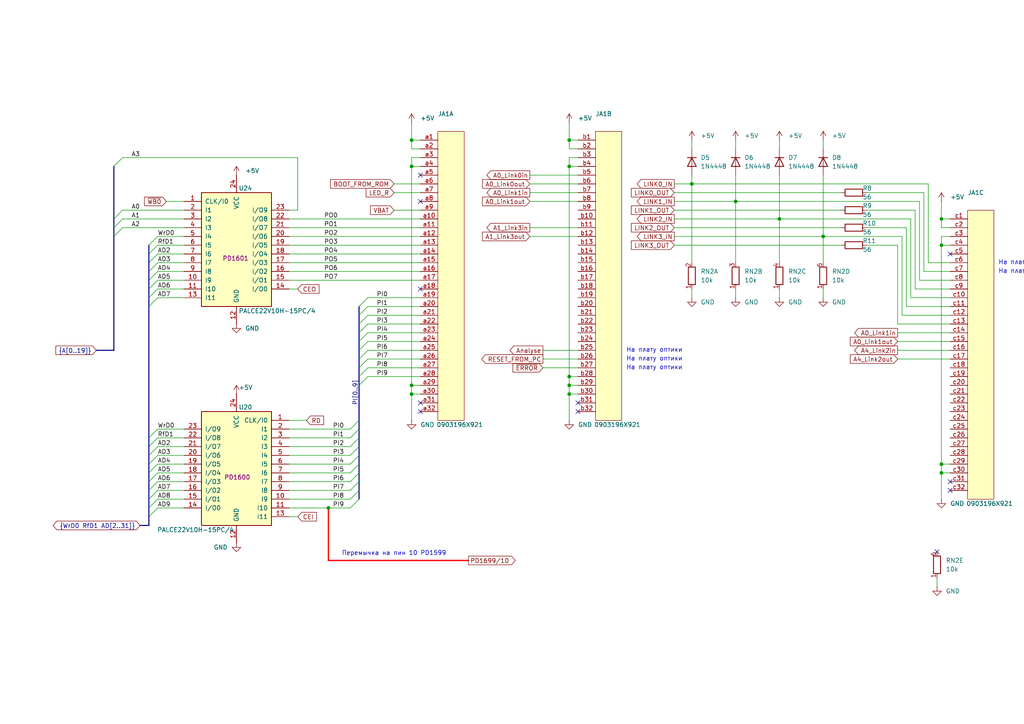
<source format=kicad_sch>
(kicad_sch (version 20250114) (generator "eeschema") (generator_version "9.0")
  (paper "A4")
  (title_block (title "TPU"))
  (lib_symbols
    (symbol "Device:R_Network05_Split" (pin_names (offset 0) (hide yes))
      (property "Reference" "RN" (at 2.032 0 90))
      (property "Value" "R_Network05_Split" (at 0 0 90))
      (symbol "R_Network05_Split_0_1"
        (rectangle (start 1.016 2.54) (end -1.016 -2.54) (stroke (width 0.254)))
        (pin passive line (at 0 3.81 270) (length 1.27) (name "R1") (number "1"))
      )
      (symbol "R_Network05_Split_1_1"
        (pin passive line (at 0 -3.81 90) (length 1.27) (name "R1.2") (number "2"))
      )
      (symbol "R_Network05_Split_2_1"
        (pin passive line (at 0 -3.81 90) (length 1.27) (name "R2.2") (number "3"))
      )
      (symbol "R_Network05_Split_3_1"
        (pin passive line (at 0 -3.81 90) (length 1.27) (name "R3.2") (number "4"))
      )
      (symbol "R_Network05_Split_4_1"
        (pin passive line (at 0 -3.81 90) (length 1.27) (name "R4.2") (number "5"))
      )
      (symbol "R_Network05_Split_5_1"
        (pin passive line (at 0 -3.81 90) (length 1.27) (name "R5.2") (number "6"))
      )
    )
    (symbol "Diode:1N4448" (pin_numbers (hide yes)) (pin_names (hide yes))
      (property "Reference" "D" (at 0 2.54 0))
      (property "Value" "1N4448" (at 0 -2.54 0))
      (symbol "1N4448_0_1"
        (polyline (pts (xy -1.27 1.27) (xy -1.27 -1.27)) (stroke (width 0.254)))
        (polyline (pts (xy 1.27 1.27) (xy 1.27 -1.27) (xy -1.27 0) (xy 1.27 1.27)) (stroke (width 0.254)))
        (polyline (pts (xy 1.27 0) (xy -1.27 0)))
      )
      (symbol "1N4448_1_1"
        (pin passive line (at -3.81 0 0) (length 2.54) (name "K") (number "1"))
        (pin passive line (at 3.81 0 180) (length 2.54) (name "A") (number "2"))
      )
    )
    (symbol "Georg:0903196X921" (pin_names (hide yes))
      (property "Reference" "J" (at 0.762 1.27 0))
      (property "Value" "0903196X921" (at 3.81 -85.09 0))
      (symbol "0903196X921_0_1"
        (rectangle (start 0 0) (end 7.62 -83.82) (fill (type background)))
      )
      (symbol "0903196X921_1_0"
        (pin passive line (at -5.08 -2.54 0) (length 5.08) (name "a1") (number "a1"))
        (pin passive line (at -5.08 -5.08 0) (length 5.08) (name "a2") (number "a2"))
        (pin passive line (at -5.08 -7.62 0) (length 5.08) (name "a3") (number "a3"))
        (pin passive line (at -5.08 -10.16 0) (length 5.08) (name "a4") (number "a4"))
        (pin passive line (at -5.08 -12.7 0) (length 5.08) (name "a5") (number "a5"))
        (pin passive line (at -5.08 -15.24 0) (length 5.08) (name "a6") (number "a6"))
        (pin passive line (at -5.08 -17.78 0) (length 5.08) (name "a7") (number "a7"))
        (pin passive line (at -5.08 -20.32 0) (length 5.08) (name "a8") (number "a8"))
        (pin passive line (at -5.08 -22.86 0) (length 5.08) (name "a9") (number "a9"))
        (pin passive line (at -5.08 -25.4 0) (length 5.08) (name "a10") (number "a10"))
        (pin passive line (at -5.08 -27.94 0) (length 5.08) (name "a11") (number "a11"))
        (pin passive line (at -5.08 -30.48 0) (length 5.08) (name "a12") (number "a12"))
        (pin passive line (at -5.08 -33.02 0) (length 5.08) (name "a13") (number "a13"))
        (pin passive line (at -5.08 -35.56 0) (length 5.08) (name "a14") (number "a14"))
        (pin passive line (at -5.08 -38.1 0) (length 5.08) (name "a15") (number "a15"))
        (pin passive line (at -5.08 -40.64 0) (length 5.08) (name "a16") (number "a16"))
        (pin passive line (at -5.08 -43.18 0) (length 5.08) (name "a17") (number "a17"))
        (pin passive line (at -5.08 -45.72 0) (length 5.08) (name "a18") (number "a18"))
        (pin passive line (at -5.08 -48.26 0) (length 5.08) (name "a19") (number "a19"))
        (pin passive line (at -5.08 -50.8 0) (length 5.08) (name "a20") (number "a20"))
        (pin passive line (at -5.08 -53.34 0) (length 5.08) (name "a21") (number "a21"))
        (pin passive line (at -5.08 -55.88 0) (length 5.08) (name "a22") (number "a22"))
        (pin passive line (at -5.08 -58.42 0) (length 5.08) (name "a23") (number "a23"))
        (pin passive line (at -5.08 -60.96 0) (length 5.08) (name "a24") (number "a24"))
        (pin passive line (at -5.08 -63.5 0) (length 5.08) (name "a25") (number "a25"))
        (pin passive line (at -5.08 -66.04 0) (length 5.08) (name "a26") (number "a26"))
        (pin passive line (at -5.08 -68.58 0) (length 5.08) (name "a27") (number "a27"))
        (pin passive line (at -5.08 -71.12 0) (length 5.08) (name "a28") (number "a28"))
        (pin passive line (at -5.08 -73.66 0) (length 5.08) (name "a29") (number "a29"))
        (pin passive line (at -5.08 -76.2 0) (length 5.08) (name "a30") (number "a30"))
        (pin passive line (at -5.08 -78.74 0) (length 5.08) (name "a31") (number "a31"))
        (pin passive line (at -5.08 -81.28 0) (length 5.08) (name "a32") (number "a32"))
      )
      (symbol "0903196X921_2_0"
        (pin passive line (at -5.08 -2.54 0) (length 5.08) (name "b1") (number "b1"))
        (pin passive line (at -5.08 -5.08 0) (length 5.08) (name "b2") (number "b2"))
        (pin passive line (at -5.08 -7.62 0) (length 5.08) (name "b3") (number "b3"))
        (pin passive line (at -5.08 -10.16 0) (length 5.08) (name "b4") (number "b4"))
        (pin passive line (at -5.08 -12.7 0) (length 5.08) (name "b5") (number "b5"))
        (pin passive line (at -5.08 -15.24 0) (length 5.08) (name "b6") (number "b6"))
        (pin passive line (at -5.08 -17.78 0) (length 5.08) (name "b7") (number "b7"))
        (pin passive line (at -5.08 -20.32 0) (length 5.08) (name "b8") (number "b8"))
        (pin passive line (at -5.08 -22.86 0) (length 5.08) (name "b9") (number "b9"))
        (pin passive line (at -5.08 -25.4 0) (length 5.08) (name "b10") (number "b10"))
        (pin passive line (at -5.08 -27.94 0) (length 5.08) (name "b11") (number "b11"))
        (pin passive line (at -5.08 -30.48 0) (length 5.08) (name "b12") (number "b12"))
        (pin passive line (at -5.08 -33.02 0) (length 5.08) (name "b13") (number "b13"))
        (pin passive line (at -5.08 -35.56 0) (length 5.08) (name "b14") (number "b14"))
        (pin passive line (at -5.08 -38.1 0) (length 5.08) (name "b15") (number "b15"))
        (pin passive line (at -5.08 -40.64 0) (length 5.08) (name "b16") (number "b16"))
        (pin passive line (at -5.08 -43.18 0) (length 5.08) (name "b17") (number "b17"))
        (pin passive line (at -5.08 -45.72 0) (length 5.08) (name "b18") (number "b18"))
        (pin passive line (at -5.08 -48.26 0) (length 5.08) (name "b19") (number "b19"))
        (pin passive line (at -5.08 -50.8 0) (length 5.08) (name "b20") (number "b20"))
        (pin passive line (at -5.08 -53.34 0) (length 5.08) (name "b21") (number "b21"))
        (pin passive line (at -5.08 -55.88 0) (length 5.08) (name "b22") (number "b22"))
        (pin passive line (at -5.08 -58.42 0) (length 5.08) (name "b23") (number "b23"))
        (pin passive line (at -5.08 -60.96 0) (length 5.08) (name "b24") (number "b24"))
        (pin passive line (at -5.08 -63.5 0) (length 5.08) (name "b25") (number "b25"))
        (pin passive line (at -5.08 -66.04 0) (length 5.08) (name "b26") (number "b26"))
        (pin passive line (at -5.08 -68.58 0) (length 5.08) (name "b26") (number "b27"))
        (pin passive line (at -5.08 -71.12 0) (length 5.08) (name "b28") (number "b28"))
        (pin passive line (at -5.08 -73.66 0) (length 5.08) (name "b29") (number "b29"))
        (pin passive line (at -5.08 -76.2 0) (length 5.08) (name "b30") (number "b30"))
        (pin passive line (at -5.08 -78.74 0) (length 5.08) (name "b31") (number "b31"))
        (pin passive line (at -5.08 -81.28 0) (length 5.08) (name "b32") (number "b32"))
      )
      (symbol "0903196X921_3_0"
        (pin passive line (at -5.08 -2.54 0) (length 5.08) (name "c1") (number "c1"))
        (pin passive line (at -5.08 -5.08 0) (length 5.08) (name "c2") (number "c2"))
        (pin passive line (at -5.08 -7.62 0) (length 5.08) (name "c3") (number "c3"))
        (pin passive line (at -5.08 -10.16 0) (length 5.08) (name "c4") (number "c4"))
        (pin passive line (at -5.08 -12.7 0) (length 5.08) (name "c5") (number "c5"))
        (pin passive line (at -5.08 -15.24 0) (length 5.08) (name "c6") (number "c6"))
        (pin passive line (at -5.08 -17.78 0) (length 5.08) (name "c7") (number "c7"))
        (pin passive line (at -5.08 -20.32 0) (length 5.08) (name "c8") (number "c8"))
        (pin passive line (at -5.08 -22.86 0) (length 5.08) (name "c9") (number "c9"))
        (pin passive line (at -5.08 -25.4 0) (length 5.08) (name "c10") (number "c10"))
        (pin passive line (at -5.08 -27.94 0) (length 5.08) (name "c11") (number "c11"))
        (pin passive line (at -5.08 -30.48 0) (length 5.08) (name "c12") (number "c12"))
        (pin passive line (at -5.08 -33.02 0) (length 5.08) (name "c13") (number "c13"))
        (pin passive line (at -5.08 -35.56 0) (length 5.08) (name "c14") (number "c14"))
        (pin passive line (at -5.08 -38.1 0) (length 5.08) (name "c15") (number "c15"))
        (pin passive line (at -5.08 -40.64 0) (length 5.08) (name "c16") (number "c16"))
        (pin passive line (at -5.08 -43.18 0) (length 5.08) (name "c17") (number "c17"))
        (pin passive line (at -5.08 -45.72 0) (length 5.08) (name "c18") (number "c18"))
        (pin passive line (at -5.08 -48.26 0) (length 5.08) (name "c19") (number "c19"))
        (pin passive line (at -5.08 -50.8 0) (length 5.08) (name "c20") (number "c20"))
        (pin passive line (at -5.08 -53.34 0) (length 5.08) (name "c21") (number "c21"))
        (pin passive line (at -5.08 -55.88 0) (length 5.08) (name "c22") (number "c22"))
        (pin passive line (at -5.08 -58.42 0) (length 5.08) (name "c23") (number "c23"))
        (pin passive line (at -5.08 -60.96 0) (length 5.08) (name "c24") (number "c24"))
        (pin passive line (at -5.08 -63.5 0) (length 5.08) (name "c25") (number "c25"))
        (pin passive line (at -5.08 -66.04 0) (length 5.08) (name "c26") (number "c26"))
        (pin passive line (at -5.08 -68.58 0) (length 5.08) (name "c27") (number "c27"))
        (pin passive line (at -5.08 -71.12 0) (length 5.08) (name "c28") (number "c28"))
        (pin passive line (at -5.08 -73.66 0) (length 5.08) (name "c29") (number "c29"))
        (pin passive line (at -5.08 -76.2 0) (length 5.08) (name "c30") (number "c30"))
        (pin passive line (at -5.08 -78.74 0) (length 5.08) (name "c31") (number "c31"))
        (pin passive line (at -5.08 -81.28 0) (length 5.08) (name "c32") (number "c32"))
      )
    )
    (symbol "Georg:PALCE22V10H-15PC/4" (pin_names (offset 1.016))
      (property "Reference" "D" (at 0.635 19.05 0))
      (property "Value" "PALCE22V10H-15PC/4" (at 0.635 -16.51 0))
      (symbol "PALCE22V10H-15PC/4_1_0"
        (pin input line (at -15.24 15.24 0) (length 5.08) (name "CLK/I0") (number "1"))
        (pin input line (at -15.24 12.7 0) (length 5.08) (name "I1") (number "2"))
        (pin input line (at -15.24 10.16 0) (length 5.08) (name "I2") (number "3"))
        (pin input line (at -15.24 7.62 0) (length 5.08) (name "I3") (number "4"))
        (pin input line (at -15.24 5.08 0) (length 5.08) (name "I4") (number "5"))
        (pin input line (at -15.24 2.54 0) (length 5.08) (name "I5") (number "6"))
        (pin input line (at -15.24 0 0) (length 5.08) (name "I6") (number "7"))
        (pin input line (at -15.24 -2.54 0) (length 5.08) (name "I7") (number "8"))
        (pin input line (at -15.24 -5.08 0) (length 5.08) (name "I8") (number "9"))
        (pin input line (at -15.24 -7.62 0) (length 5.08) (name "I9") (number "10"))
        (pin input line (at -15.24 -10.16 0) (length 5.08) (name "I10") (number "11"))
        (pin input line (at -15.24 -12.7 0) (length 5.08) (name "I11") (number "13"))
        (pin power_in line (at 0 22.86 270) (length 5.08) (name "VCC") (number "24"))
        (pin power_in line (at 0 -20.32 90) (length 5.08) (name "GND") (number "12"))
        (pin input line (at 15.24 12.7 180) (length 5.08) (name "I/O9") (number "23"))
        (pin tri_state line (at 15.24 10.16 180) (length 5.08) (name "I/O8") (number "22"))
        (pin tri_state line (at 15.24 7.62 180) (length 5.08) (name "I/O7") (number "21"))
        (pin tri_state line (at 15.24 5.08 180) (length 5.08) (name "I/O6") (number "20"))
        (pin tri_state line (at 15.24 2.54 180) (length 5.08) (name "I/O5") (number "19"))
        (pin tri_state line (at 15.24 0 180) (length 5.08) (name "I/O4") (number "18"))
        (pin tri_state line (at 15.24 -2.54 180) (length 5.08) (name "I/O3") (number "17"))
        (pin tri_state line (at 15.24 -5.08 180) (length 5.08) (name "I/O2") (number "16"))
        (pin tri_state line (at 15.24 -7.62 180) (length 5.08) (name "I/O1") (number "15"))
        (pin input line (at 15.24 -10.16 180) (length 5.08) (name "I/O0") (number "14"))
      )
      (symbol "PALCE22V10H-15PC/4_1_1"
        (rectangle (start -10.16 17.78) (end 10.16 -15.24) (stroke (width 0.254)) (fill (type background)))
      )
    )
    (symbol "Georg:R_10.16mm" (pin_numbers (hide yes)) (pin_names (offset 0.254) (hide yes))
      (property "Reference" "R" (at 1.27 0 0))
      (symbol "R_10.16mm_0_1"
        (rectangle (start -1.016 2.54) (end 1.016 -2.54) (stroke (width 0.254)))
      )
      (symbol "R_10.16mm_1_1"
        (pin passive line (at 0 3.81 270) (length 1.27) (name "~") (number "2"))
        (pin passive line (at 0 -3.81 90) (length 1.27) (name "~") (number "1"))
      )
    )
    (symbol "power:+5V" (power) (pin_numbers (hide yes)) (pin_names (offset 0) (hide yes))
      (property "Value" "+5V" (at 0 3.556 0))
      (symbol "+5V_0_1"
        (polyline (pts (xy -0.762 1.27) (xy 0 2.54)))
        (polyline (pts (xy 0 2.54) (xy 0.762 1.27)))
        (polyline (pts (xy 0 0) (xy 0 2.54)))
      )
      (symbol "+5V_1_1"
        (pin power_in line (at 0 0 90) (length 0) (name "~") (number "1"))
      )
    )
    (symbol "power:GND" (power) (pin_numbers (hide yes)) (pin_names (offset 0) (hide yes))
      (property "Value" "GND" (at 0 -3.81 0))
      (symbol "GND_0_1"
        (polyline (pts (xy 0 0) (xy 0 -1.27) (xy 1.27 -1.27) (xy 0 -2.54) (xy -1.27 -1.27) (xy 0 -1.27)))
      )
      (symbol "GND_1_1"
        (pin power_in line (at 0 0 270) (length 0) (name "~") (number "1"))
      )
    )
  )
  (text "На плату оптики" (at 289.56 76.2 0) (effects (font (size 1.27 1.27)) (justify left)))
  (text "Перемычка на пин 10 PD1599" (at 114.3 161.29 0) (effects (font (size 1.27 1.27)) (justify bottom)))
  (text "На плату оптики" (at 181.61 104.14 0) (effects (font (size 1.27 1.27)) (justify left)))
  (text "На плату оптики" (at 289.56 78.74 0) (effects (font (size 1.27 1.27)) (justify left)))
  (text "На плату оптики" (at 181.61 101.6 0) (effects (font (size 1.27 1.27)) (justify left)))
  (text "На плату оптики" (at 181.61 106.68 0) (effects (font (size 1.27 1.27)) (justify left)))
  (junction (at 119.38 40.64))
  (junction (at 273.05 63.5))
  (junction (at 165.1 111.76))
  (junction (at 273.05 71.12))
  (junction (at 165.1 40.64))
  (junction (at 200.66 53.34))
  (junction (at 119.38 114.3))
  (junction (at 165.1 48.26))
  (junction (at 165.1 114.3))
  (junction (at 119.38 111.76))
  (junction (at 119.38 48.26))
  (junction (at 273.05 134.62))
  (junction (at 238.76 68.58))
  (junction (at 273.05 137.16))
  (junction (at 95.25 147.32))
  (junction (at 165.1 109.22))
  (junction (at 213.36 58.42))
  (junction (at 226.06 63.5))
  (no_connect (at 167.64 116.84))
  (no_connect (at 121.92 50.8))
  (no_connect (at 271.78 160.02))
  (no_connect (at 121.92 58.42))
  (no_connect (at 275.59 73.66))
  (no_connect (at 275.59 142.24))
  (no_connect (at 121.92 116.84))
  (no_connect (at 121.92 83.82))
  (no_connect (at 167.64 119.38))
  (no_connect (at 121.92 119.38))
  (no_connect (at 275.59 139.7))
  (bus_entry (at 104.14 96.52) (size 2.54 -2.54))
  (bus_entry (at 43.18 127) (size 2.54 -2.54))
  (bus_entry (at 43.18 142.24) (size 2.54 -2.54))
  (bus_entry (at 104.14 91.44) (size 2.54 -2.54))
  (bus_entry (at 104.14 104.14) (size 2.54 -2.54))
  (bus_entry (at 45.72 144.78) (size -2.54 2.54))
  (bus_entry (at 43.18 71.12) (size 2.54 -2.54))
  (bus_entry (at 43.18 86.36) (size 2.54 -2.54))
  (bus_entry (at 43.18 144.78) (size 2.54 -2.54))
  (bus_entry (at 43.18 88.9) (size 2.54 -2.54))
  (bus_entry (at 43.18 139.7) (size 2.54 -2.54))
  (bus_entry (at 104.14 111.76) (size 2.54 -2.54))
  (bus_entry (at 43.18 134.62) (size 2.54 -2.54))
  (bus_entry (at 43.18 73.66) (size 2.54 -2.54))
  (bus_entry (at 43.18 129.54) (size 2.54 -2.54))
  (bus_entry (at 43.18 83.82) (size 2.54 -2.54))
  (bus_entry (at 104.14 134.62) (size -2.54 2.54))
  (bus_entry (at 104.14 132.08) (size -2.54 2.54))
  (bus_entry (at 104.14 93.98) (size 2.54 -2.54))
  (bus_entry (at 33.02 63.5) (size 2.54 -2.54))
  (bus_entry (at 104.14 124.46) (size -2.54 2.54))
  (bus_entry (at 33.02 66.04) (size 2.54 -2.54))
  (bus_entry (at 104.14 101.6) (size 2.54 -2.54))
  (bus_entry (at 104.14 142.24) (size -2.54 2.54))
  (bus_entry (at 104.14 88.9) (size 2.54 -2.54))
  (bus_entry (at 104.14 109.22) (size 2.54 -2.54))
  (bus_entry (at 43.18 81.28) (size 2.54 -2.54))
  (bus_entry (at 104.14 121.92) (size -2.54 2.54))
  (bus_entry (at 43.18 137.16) (size 2.54 -2.54))
  (bus_entry (at 43.18 76.2) (size 2.54 -2.54))
  (bus_entry (at 104.14 106.68) (size 2.54 -2.54))
  (bus_entry (at 35.56 45.72) (size -2.54 2.54))
  (bus_entry (at 43.18 78.74) (size 2.54 -2.54))
  (bus_entry (at 43.18 132.08) (size 2.54 -2.54))
  (bus_entry (at 104.14 129.54) (size -2.54 2.54))
  (bus_entry (at 104.14 139.7) (size -2.54 2.54))
  (bus_entry (at 104.14 144.78) (size -2.54 2.54))
  (bus_entry (at 104.14 137.16) (size -2.54 2.54))
  (bus_entry (at 104.14 127) (size -2.54 2.54))
  (bus_entry (at 33.02 68.58) (size 2.54 -2.54))
  (bus_entry (at 104.14 99.06) (size 2.54 -2.54))
  (bus_entry (at 43.18 149.86) (size 2.54 -2.54))
  (wire (pts (xy 200.66 53.34) (xy 269.24 53.34)))
  (wire (pts (xy 213.36 83.82) (xy 213.36 86.36)))
  (wire (pts (xy 238.76 40.64) (xy 238.76 43.18)))
  (wire (pts (xy 35.56 60.96) (xy 53.34 60.96)))
  (bus (pts (xy 104.14 127) (xy 104.14 129.54)))
  (wire (pts (xy 83.82 71.12) (xy 121.92 71.12)))
  (wire (pts (xy 114.3 53.34) (xy 121.92 53.34)))
  (wire (pts (xy 269.24 53.34) (xy 269.24 76.2)))
  (wire (pts (xy 83.82 68.58) (xy 121.92 68.58)))
  (wire (pts (xy 106.68 88.9) (xy 121.92 88.9)))
  (wire (pts (xy 195.58 63.5) (xy 226.06 63.5)))
  (wire (pts (xy 45.72 73.66) (xy 53.34 73.66)))
  (wire (pts (xy 165.1 111.76) (xy 167.64 111.76)))
  (wire (pts (xy 119.38 111.76) (xy 119.38 114.3)))
  (wire (pts (xy 165.1 48.26) (xy 165.1 109.22)))
  (wire (pts (xy 273.05 68.58) (xy 273.05 71.12)))
  (wire (pts (xy 153.67 53.34) (xy 167.64 53.34)))
  (bus (pts (xy 104.14 99.06) (xy 104.14 101.6)))
  (wire (pts (xy 119.38 48.26) (xy 119.38 111.76)))
  (wire (pts (xy 200.66 53.34) (xy 200.66 76.2)))
  (bus (pts (xy 104.14 101.6) (xy 104.14 104.14)))
  (bus (pts (xy 104.14 93.98) (xy 104.14 96.52)))
  (wire (pts (xy 106.68 86.36) (xy 121.92 86.36)))
  (bus (pts (xy 27.94 101.6) (xy 33.02 101.6)))
  (wire (pts (xy 262.89 88.9) (xy 275.59 88.9)))
  (wire (pts (xy 165.1 48.26) (xy 167.64 48.26)))
  (bus (pts (xy 104.14 109.22) (xy 104.14 111.76)))
  (wire (pts (xy 213.36 40.64) (xy 213.36 43.18)))
  (bus (pts (xy 33.02 101.6) (xy 33.02 68.58)))
  (wire (pts (xy 83.82 147.32) (xy 95.25 147.32)))
  (wire (pts (xy 238.76 50.8) (xy 238.76 68.58)))
  (bus (pts (xy 33.02 63.5) (xy 33.02 48.26)))
  (wire (pts (xy 153.67 58.42) (xy 167.64 58.42)))
  (wire (pts (xy 200.66 40.64) (xy 200.66 43.18)))
  (wire (pts (xy 119.38 40.64) (xy 119.38 43.18)))
  (wire (pts (xy 226.06 50.8) (xy 226.06 63.5)))
  (wire (pts (xy 45.72 81.28) (xy 53.34 81.28)))
  (wire (pts (xy 273.05 63.5) (xy 273.05 66.04)))
  (wire (pts (xy 153.67 50.8) (xy 167.64 50.8)))
  (wire (pts (xy 83.82 139.7) (xy 101.6 139.7)))
  (wire (pts (xy 45.72 78.74) (xy 53.34 78.74)))
  (wire (pts (xy 260.35 93.98) (xy 275.59 93.98)))
  (wire (pts (xy 119.38 35.56) (xy 119.38 40.64)))
  (bus (pts (xy 43.18 71.12) (xy 43.18 73.66)))
  (wire (pts (xy 45.72 144.78) (xy 53.34 144.78)))
  (wire (pts (xy 267.97 78.74) (xy 267.97 55.88)))
  (bus (pts (xy 43.18 76.2) (xy 43.18 78.74)))
  (bus (pts (xy 104.14 96.52) (xy 104.14 99.06)))
  (wire (pts (xy 35.56 45.72) (xy 86.36 45.72)))
  (wire (pts (xy 226.06 83.82) (xy 226.06 86.36)))
  (wire (pts (xy 165.1 45.72) (xy 167.64 45.72)))
  (wire (pts (xy 200.66 50.8) (xy 200.66 53.34)))
  (wire (pts (xy 261.62 91.44) (xy 275.59 91.44)))
  (bus (pts (xy 104.14 137.16) (xy 104.14 139.7)))
  (wire (pts (xy 262.89 66.04) (xy 251.46 66.04)))
  (wire (pts (xy 119.38 114.3) (xy 119.38 121.92)))
  (bus (pts (xy 104.14 124.46) (xy 104.14 127)))
  (wire (pts (xy 45.72 127) (xy 53.34 127)))
  (wire (pts (xy 45.72 124.46) (xy 53.34 124.46)))
  (wire (pts (xy 83.82 137.16) (xy 101.6 137.16)))
  (wire (pts (xy 106.68 101.6) (xy 121.92 101.6)))
  (bus (pts (xy 43.18 139.7) (xy 43.18 137.16)))
  (wire (pts (xy 238.76 68.58) (xy 261.62 68.58)))
  (wire (pts (xy 165.1 40.64) (xy 165.1 43.18)))
  (wire (pts (xy 83.82 124.46) (xy 101.6 124.46)))
  (wire (pts (xy 266.7 58.42) (xy 266.7 81.28)))
  (bus (pts (xy 43.18 78.74) (xy 43.18 81.28)))
  (wire (pts (xy 269.24 76.2) (xy 275.59 76.2)))
  (wire (pts (xy 273.05 71.12) (xy 273.05 134.62)))
  (wire (pts (xy 83.82 81.28) (xy 121.92 81.28)))
  (wire (pts (xy 165.1 111.76) (xy 165.1 114.3)))
  (wire (pts (xy 106.68 106.68) (xy 121.92 106.68)))
  (wire (pts (xy 238.76 83.82) (xy 238.76 86.36)))
  (wire (pts (xy 83.82 83.82) (xy 86.36 83.82)))
  (wire (pts (xy 45.72 134.62) (xy 53.34 134.62)))
  (wire (pts (xy 95.25 147.32) (xy 95.25 162.56)) (stroke (width 0.381) (color 255 0 0 1)))
  (bus (pts (xy 43.18 144.78) (xy 43.18 147.32)))
  (wire (pts (xy 45.72 83.82) (xy 53.34 83.82)))
  (wire (pts (xy 273.05 63.5) (xy 275.59 63.5)))
  (wire (pts (xy 121.92 43.18) (xy 119.38 43.18)))
  (bus (pts (xy 104.14 139.7) (xy 104.14 142.24)))
  (wire (pts (xy 195.58 60.96) (xy 243.84 60.96)))
  (wire (pts (xy 213.36 58.42) (xy 266.7 58.42)))
  (wire (pts (xy 238.76 68.58) (xy 238.76 76.2)))
  (wire (pts (xy 260.35 71.12) (xy 251.46 71.12)))
  (wire (pts (xy 83.82 73.66) (xy 121.92 73.66)))
  (bus (pts (xy 104.14 88.9) (xy 104.14 91.44)))
  (wire (pts (xy 114.3 60.96) (xy 121.92 60.96)))
  (wire (pts (xy 264.16 86.36) (xy 275.59 86.36)))
  (wire (pts (xy 83.82 78.74) (xy 121.92 78.74)))
  (wire (pts (xy 273.05 71.12) (xy 275.59 71.12)))
  (wire (pts (xy 165.1 114.3) (xy 167.64 114.3)))
  (wire (pts (xy 165.1 114.3) (xy 165.1 121.92)))
  (wire (pts (xy 45.72 137.16) (xy 53.34 137.16)))
  (wire (pts (xy 45.72 139.7) (xy 53.34 139.7)))
  (wire (pts (xy 195.58 55.88) (xy 243.84 55.88)))
  (bus (pts (xy 43.18 86.36) (xy 43.18 88.9)))
  (wire (pts (xy 260.35 96.52) (xy 275.59 96.52)))
  (wire (pts (xy 265.43 60.96) (xy 251.46 60.96)))
  (bus (pts (xy 104.14 132.08) (xy 104.14 134.62)))
  (wire (pts (xy 83.82 142.24) (xy 101.6 142.24)))
  (wire (pts (xy 45.72 147.32) (xy 53.34 147.32)))
  (wire (pts (xy 95.25 162.56) (xy 135.89 162.56)) (stroke (width 0.381) (color 255 0 0 1)))
  (wire (pts (xy 106.68 99.06) (xy 121.92 99.06)))
  (wire (pts (xy 266.7 81.28) (xy 275.59 81.28)))
  (wire (pts (xy 267.97 55.88) (xy 251.46 55.88)))
  (wire (pts (xy 226.06 63.5) (xy 226.06 76.2)))
  (wire (pts (xy 273.05 137.16) (xy 275.59 137.16)))
  (wire (pts (xy 213.36 50.8) (xy 213.36 58.42)))
  (bus (pts (xy 43.18 144.78) (xy 43.18 142.24)))
  (wire (pts (xy 88.9 121.92) (xy 83.82 121.92)))
  (bus (pts (xy 104.14 142.24) (xy 104.14 144.78)))
  (wire (pts (xy 83.82 63.5) (xy 121.92 63.5)))
  (wire (pts (xy -22.86 144.78) (xy -20.32 144.78)))
  (wire (pts (xy 83.82 76.2) (xy 121.92 76.2)))
  (bus (pts (xy 43.18 132.08) (xy 43.18 129.54)))
  (wire (pts (xy 45.72 71.12) (xy 53.34 71.12)))
  (wire (pts (xy 83.82 132.08) (xy 101.6 132.08)))
  (wire (pts (xy 106.68 96.52) (xy 121.92 96.52)))
  (wire (pts (xy 106.68 104.14) (xy 121.92 104.14)))
  (bus (pts (xy 33.02 66.04) (xy 33.02 63.5)))
  (wire (pts (xy 195.58 71.12) (xy 243.84 71.12)))
  (wire (pts (xy 264.16 63.5) (xy 264.16 86.36)))
  (bus (pts (xy 43.18 88.9) (xy 43.18 127)))
  (wire (pts (xy 165.1 40.64) (xy 167.64 40.64)))
  (bus (pts (xy 43.18 137.16) (xy 43.18 134.62)))
  (wire (pts (xy 106.68 109.22) (xy 121.92 109.22)))
  (wire (pts (xy 157.48 104.14) (xy 167.64 104.14)))
  (wire (pts (xy 265.43 83.82) (xy 275.59 83.82)))
  (wire (pts (xy 45.72 76.2) (xy 53.34 76.2)))
  (bus (pts (xy 43.18 149.86) (xy 43.18 147.32)))
  (wire (pts (xy 45.72 129.54) (xy 53.34 129.54)))
  (wire (pts (xy 267.97 78.74) (xy 275.59 78.74)))
  (wire (pts (xy 106.68 93.98) (xy 121.92 93.98)))
  (wire (pts (xy -22.86 149.86) (xy -20.32 149.86)))
  (wire (pts (xy 226.06 63.5) (xy 264.16 63.5)))
  (wire (pts (xy 260.35 101.6) (xy 275.59 101.6)))
  (bus (pts (xy 40.64 152.4) (xy 43.18 152.4)))
  (wire (pts (xy 195.58 53.34) (xy 200.66 53.34)))
  (wire (pts (xy 226.06 40.64) (xy 226.06 43.18)))
  (wire (pts (xy 157.48 101.6) (xy 167.64 101.6)))
  (wire (pts (xy 119.38 111.76) (xy 121.92 111.76)))
  (wire (pts (xy 83.82 66.04) (xy 121.92 66.04)))
  (bus (pts (xy 104.14 111.76) (xy 104.14 121.92)))
  (wire (pts (xy 95.25 147.32) (xy 101.6 147.32)))
  (wire (pts (xy 83.82 144.78) (xy 101.6 144.78)))
  (bus (pts (xy 43.18 134.62) (xy 43.18 132.08)))
  (wire (pts (xy 165.1 35.56) (xy 165.1 40.64)))
  (wire (pts (xy 271.78 167.64) (xy 271.78 170.18)))
  (wire (pts (xy 273.05 134.62) (xy 275.59 134.62)))
  (wire (pts (xy 119.38 40.64) (xy 121.92 40.64)))
  (wire (pts (xy 48.26 58.42) (xy 53.34 58.42)))
  (wire (pts (xy 83.82 127) (xy 101.6 127)))
  (bus (pts (xy 33.02 68.58) (xy 33.02 66.04)))
  (wire (pts (xy 260.35 93.98) (xy 260.35 71.12)))
  (wire (pts (xy 119.38 45.72) (xy 119.38 48.26)))
  (wire (pts (xy 119.38 114.3) (xy 121.92 114.3)))
  (bus (pts (xy 104.14 106.68) (xy 104.14 109.22)))
  (bus (pts (xy 43.18 73.66) (xy 43.18 76.2)))
  (wire (pts (xy 260.35 99.06) (xy 275.59 99.06)))
  (wire (pts (xy 45.72 142.24) (xy 53.34 142.24)))
  (wire (pts (xy 45.72 68.58) (xy 53.34 68.58)))
  (bus (pts (xy 104.14 104.14) (xy 104.14 106.68)))
  (wire (pts (xy 121.92 45.72) (xy 119.38 45.72)))
  (bus (pts (xy 104.14 91.44) (xy 104.14 93.98)))
  (wire (pts (xy 275.59 66.04) (xy 273.05 66.04)))
  (wire (pts (xy 157.48 106.68) (xy 167.64 106.68)))
  (wire (pts (xy 86.36 60.96) (xy 83.82 60.96)))
  (bus (pts (xy 43.18 83.82) (xy 43.18 86.36)))
  (wire (pts (xy 35.56 66.04) (xy 53.34 66.04)))
  (wire (pts (xy 45.72 132.08) (xy 53.34 132.08)))
  (bus (pts (xy 104.14 129.54) (xy 104.14 132.08)))
  (bus (pts (xy 104.14 134.62) (xy 104.14 137.16)))
  (wire (pts (xy 261.62 68.58) (xy 261.62 91.44)))
  (wire (pts (xy -20.32 144.78) (xy -20.32 142.24)))
  (wire (pts (xy 273.05 68.58) (xy 275.59 68.58)))
  (wire (pts (xy 165.1 45.72) (xy 165.1 48.26)))
  (wire (pts (xy 273.05 137.16) (xy 273.05 144.78)))
  (wire (pts (xy 195.58 58.42) (xy 213.36 58.42)))
  (wire (pts (xy 153.67 66.04) (xy 167.64 66.04)))
  (bus (pts (xy 104.14 121.92) (xy 104.14 124.46)))
  (wire (pts (xy 106.68 91.44) (xy 121.92 91.44)))
  (wire (pts (xy 153.67 55.88) (xy 167.64 55.88)))
  (wire (pts (xy 153.67 68.58) (xy 167.64 68.58)))
  (wire (pts (xy 262.89 88.9) (xy 262.89 66.04)))
  (bus (pts (xy 43.18 127) (xy 43.18 129.54)))
  (wire (pts (xy 45.72 86.36) (xy 53.34 86.36)))
  (wire (pts (xy 83.82 134.62) (xy 101.6 134.62)))
  (wire (pts (xy 260.35 104.14) (xy 275.59 104.14)))
  (wire (pts (xy 86.36 45.72) (xy 86.36 60.96)))
  (wire (pts (xy 273.05 58.42) (xy 273.05 63.5)))
  (wire (pts (xy 195.58 66.04) (xy 243.84 66.04)))
  (wire (pts (xy 119.38 48.26) (xy 121.92 48.26)))
  (wire (pts (xy 195.58 68.58) (xy 238.76 68.58)))
  (wire (pts (xy 167.64 43.18) (xy 165.1 43.18)))
  (wire (pts (xy 86.36 149.86) (xy 83.82 149.86)))
  (bus (pts (xy 43.18 139.7) (xy 43.18 142.24)))
  (bus (pts (xy 43.18 81.28) (xy 43.18 83.82)))
  (wire (pts (xy 213.36 58.42) (xy 213.36 76.2)))
  (wire (pts (xy 273.05 134.62) (xy 273.05 137.16)))
  (wire (pts (xy 114.3 55.88) (xy 121.92 55.88)))
  (wire (pts (xy 165.1 109.22) (xy 167.64 109.22)))
  (wire (pts (xy 35.56 63.5) (xy 53.34 63.5)))
  (wire (pts (xy 165.1 109.22) (xy 165.1 111.76)))
  (bus (pts (xy 43.18 152.4) (xy 43.18 149.86)))
  (wire (pts (xy 200.66 83.82) (xy 200.66 86.36)))
  (wire (pts (xy 265.43 83.82) (xy 265.43 60.96)))
  (wire (pts (xy 83.82 129.54) (xy 101.6 129.54)))
  (label "AD5" (at 45.72 81.28 0))
  (label "PO2" (at 93.98 68.58 0))
  (label "AD7" (at 45.72 142.24 0))
  (label "AD3" (at 45.72 132.08 0))
  (label "AD6" (at 45.72 139.7 0))
  (label "PO0" (at 93.98 63.5 0))
  (label "A1" (at 38.1 63.5 0))
  (label "PI2" (at 109.22 91.44 0))
  (label "PI[0..9]" (at 104.14 117.475 90))
  (label "PI9" (at 96.52 147.32 0))
  (label "PI2" (at 96.52 129.54 0))
  (label "RfD1" (at 45.72 127 0))
  (label "PI8" (at 109.22 106.68 0))
  (label "PO1" (at 93.98 66.04 0))
  (label "WrD0" (at 45.72 124.46 0))
  (label "AD3" (at 45.72 76.2 0))
  (label "PI6" (at 96.52 139.7 0))
  (label "PO7" (at 93.98 81.28 0))
  (label "PI1" (at 96.52 127 0))
  (label "PI4" (at 109.22 96.52 0))
  (label "PI3" (at 109.22 93.98 0))
  (label "PI3" (at 96.52 132.08 0))
  (label "PI0" (at 96.52 124.46 0))
  (label "RfD1" (at 45.72 71.12 0))
  (label "AD8" (at 45.72 144.78 0))
  (label "AD4" (at 45.72 134.62 0))
  (label "AD2" (at 45.72 73.66 0))
  (label "AD6" (at 45.72 83.82 0))
  (label "A2" (at 38.1 66.04 0))
  (label "PO3" (at 93.98 71.12 0))
  (label "WrD0" (at 45.72 68.58 0))
  (label "A0" (at 38.1 60.96 0))
  (label "PI6" (at 109.22 101.6 0))
  (label "PI1" (at 109.22 88.9 0))
  (label "PI9" (at 109.22 109.22 0))
  (label "A3" (at 38.1 45.72 0))
  (label "AD2" (at 45.72 129.54 0))
  (label "AD5" (at 45.72 137.16 0))
  (label "AD4" (at 45.72 78.74 0))
  (label "PI4" (at 96.52 134.62 0))
  (label "PI8" (at 96.52 144.78 0))
  (label "PO6" (at 93.98 78.74 0))
  (label "PI5" (at 109.22 99.06 0))
  (label "PI0" (at 109.22 86.36 0))
  (label "PI7" (at 96.52 142.24 0))
  (label "PI7" (at 109.22 104.14 0))
  (label "PO4" (at 93.98 73.66 0))
  (label "AD7" (at 45.72 86.36 0))
  (label "AD9" (at 45.72 147.32 0))
  (label "PI5" (at 96.52 137.16 0))
  (label "PO5" (at 93.98 76.2 0))
  (global_label "A1_Link3in" (shape output) (at 153.67 66.04 180) (property "Intersheetrefs" "${INTERSHEET_REFS}" (effects (hide yes))))
  (global_label "A0_Link0out" (shape input) (at 153.67 53.34 180) (property "Intersheetrefs" "${INTERSHEET_REFS}" (effects (hide yes))))
  (global_label "CEO" (shape input) (at 86.36 83.82 0) (property "Intersheetrefs" "${INTERSHEET_REFS}" (effects (hide yes))))
  (global_label "LINK3_IN" (shape output) (at 195.58 68.58 180) (property "Intersheetrefs" "${INTERSHEET_REFS}" (effects (hide yes))))
  (global_label "LINK0_IN" (shape output) (at 195.58 53.34 180) (property "Intersheetrefs" "${INTERSHEET_REFS}" (effects (hide yes))))
  (global_label "A4_Link2in" (shape output) (at 260.35 101.6 180) (property "Intersheetrefs" "${INTERSHEET_REFS}" (effects (hide yes))))
  (global_label "A1_Link3out" (shape input) (at 153.67 68.58 180) (property "Intersheetrefs" "${INTERSHEET_REFS}" (effects (hide yes))))
  (global_label "DM" (shape input) (at -22.86 149.86 180) (property "Intersheetrefs" "${INTERSHEET_REFS}" (effects (hide yes))))
  (global_label "A4_Link2out" (shape input) (at 260.35 104.14 180) (property "Intersheetrefs" "${INTERSHEET_REFS}" (effects (hide yes))))
  (global_label "RD" (shape input) (at 88.9 121.92 0) (property "Intersheetrefs" "${INTERSHEET_REFS}" (effects (hide yes))))
  (global_label "LINK2_IN" (shape output) (at 195.58 63.5 180) (property "Intersheetrefs" "${INTERSHEET_REFS}" (effects (hide yes))))
  (global_label "LINK1_IN" (shape output) (at 195.58 58.42 180) (property "Intersheetrefs" "${INTERSHEET_REFS}" (effects (hide yes))))
  (global_label "BOOT_FROM_ROM" (shape input) (at 114.3 53.34 180) (property "Intersheetrefs" "${INTERSHEET_REFS}" (effects (hide yes))))
  (global_label "LINK0_OUT" (shape input) (at 195.58 55.88 180) (property "Intersheetrefs" "${INTERSHEET_REFS}" (effects (hide yes))))
  (global_label "PD1699{slash}10" (shape output) (at 135.89 162.56 0) (property "Intersheetrefs" "${INTERSHEET_REFS}" (effects (hide yes))))
  (global_label "LINK1_OUT" (shape input) (at 195.58 60.96 180) (property "Intersheetrefs" "${INTERSHEET_REFS}" (effects (hide yes))))
  (global_label "{WrD0 RfD1 AD[2..31]}" (shape bidirectional) (at 40.64 152.4 180) (property "Intersheetrefs" "${INTERSHEET_REFS}" (effects (hide yes))))
  (global_label "RESET_FROM_PC" (shape output) (at 157.48 104.14 180) (property "Intersheetrefs" "${INTERSHEET_REFS}" (effects (hide yes))))
  (global_label "+5V" (shape input) (at -22.86 144.78 180) (property "Intersheetrefs" "${INTERSHEET_REFS}" (effects (hide yes))))
  (global_label "LINK2_OUT" (shape input) (at 195.58 66.04 180) (property "Intersheetrefs" "${INTERSHEET_REFS}" (effects (hide yes))))
  (global_label "{A[0..19]}" (shape input) (at 27.94 101.6 180) (property "Intersheetrefs" "${INTERSHEET_REFS}" (effects (hide yes))))
  (global_label "A0_Link1in" (shape output) (at 153.67 55.88 180) (property "Intersheetrefs" "${INTERSHEET_REFS}" (effects (hide yes))))
  (global_label "CEI" (shape input) (at 86.36 149.86 0) (property "Intersheetrefs" "${INTERSHEET_REFS}" (effects (hide yes))))
  (global_label "VBAT" (shape input) (at 114.3 60.96 180) (property "Intersheetrefs" "${INTERSHEET_REFS}" (effects (hide yes))))
  (global_label "Analyse" (shape output) (at 157.48 101.6 180) (property "Intersheetrefs" "${INTERSHEET_REFS}" (effects (hide yes))))
  (global_label "A0_Link1in" (shape output) (at 260.35 96.52 180) (property "Intersheetrefs" "${INTERSHEET_REFS}" (effects (hide yes))))
  (global_label "~{ERROR}" (shape input) (at 157.48 106.68 180) (property "Intersheetrefs" "${INTERSHEET_REFS}" (effects (hide yes))))
  (global_label "A0_Link1out" (shape input) (at 153.67 58.42 180) (property "Intersheetrefs" "${INTERSHEET_REFS}" (effects (hide yes))))
  (global_label "~{WB0}" (shape input) (at 48.26 58.42 180) (property "Intersheetrefs" "${INTERSHEET_REFS}" (effects (hide yes))))
  (global_label "A0_Link0in" (shape output) (at 153.67 50.8 180) (property "Intersheetrefs" "${INTERSHEET_REFS}" (effects (hide yes))))
  (global_label "A0_Link1out" (shape input) (at 260.35 99.06 180) (property "Intersheetrefs" "${INTERSHEET_REFS}" (effects (hide yes))))
  (global_label "LED_R" (shape input) (at 114.3 55.88 180) (property "Intersheetrefs" "${INTERSHEET_REFS}" (effects (hide yes))))
  (global_label "LINK3_OUT" (shape input) (at 195.58 71.12 180) (property "Intersheetrefs" "${INTERSHEET_REFS}" (effects (hide yes))))
  (symbol (lib_id "Georg:PALCE22V10H-15PC/4") (at 68.58 137.16 0) (mirror y) (unit 1)
    (property "Reference" "U20" (at 69.215 118.11 0) (effects (justify right)))
    (property "Value" "PALCE22V10H-15PC/4" (at 67.945 153.67 0) (effects (justify left)))
    (property "Footprint" "Georg:DIP-24_W7.62mm-tight" (effects (hide yes)))
    (property "Description" "PD1600" (at 68.834 138.43 0))
  )
  (symbol (lib_id "power:+5V") (at 200.66 40.64 0) (unit 1)
    (property "Reference" "#PWR0180" (effects (hide yes)))
    (property "Value" "+5V" (at 203.2 39.3699 0) (effects (justify left)))
    (property "Description" "Power symbol creates a global label with name \"+5V\"" (effects (hide yes)))
  )
  (symbol (lib_id "power:+5V") (at 226.06 40.64 0) (unit 1)
    (property "Reference" "#PWR0182" (effects (hide yes)))
    (property "Value" "+5V" (at 228.6 39.3699 0) (effects (justify left)))
    (property "Description" "Power symbol creates a global label with name \"+5V\"" (effects (hide yes)))
  )
  (symbol (lib_id "power:GND") (at 200.66 86.36 0) (unit 1)
    (property "Reference" "#PWR0184" (effects (hide yes)))
    (property "Value" "GND" (at 203.2 87.6299 0) (effects (justify left)))
    (property "Description" "Power symbol creates a global label with name \"GND\" , ground" (effects (hide yes)))
  )
  (symbol (lib_id "power:GND") (at 68.58 93.98 0) (unit 1)
    (property "Reference" "#PWR062" (effects (hide yes)))
    (property "Value" "GND" (at 71.12 95.2499 0) (effects (justify left)))
    (property "Description" "Power symbol creates a global label with name \"GND\" , ground" (effects (hide yes)))
  )
  (symbol (lib_id "power:GND") (at 273.05 144.78 0) (unit 1)
    (property "Reference" "#PWR067" (effects (hide yes)))
    (property "Value" "GND" (at 275.59 146.0499 0) (effects (justify left)))
    (property "Description" "Power symbol creates a global label with name \"GND\" , ground" (effects (hide yes)))
  )
  (symbol (lib_id "power:+5V") (at 213.36 40.64 0) (unit 1)
    (property "Reference" "#PWR0181" (effects (hide yes)))
    (property "Value" "+5V" (at 215.9 39.3699 0) (effects (justify left)))
    (property "Description" "Power symbol creates a global label with name \"+5V\"" (effects (hide yes)))
  )
  (symbol (lib_id "power:+5V") (at 68.58 50.8 0) (unit 1)
    (property "Reference" "#PWR061" (effects (hide yes)))
    (property "Value" "+5V" (at 71.12 49.5299 0) (effects (justify left)))
    (property "Description" "Power symbol creates a global label with name \"+5V\"" (effects (hide yes)))
  )
  (symbol (lib_id "Diode:1N4448") (at 226.06 46.99 270) (unit 1)
    (property "Reference" "D7" (at 228.6 45.7199 90) (effects (justify left)))
    (property "Value" "1N4448" (at 228.6 48.2599 90) (effects (justify left)))
    (property "Footprint" "Diode_THT:D_DO-35_SOD27_P7.62mm_Horizontal" (effects (hide yes)))
    (property "Datasheet" "https://assets.nexperia.com/documents/data-sheet/1N4148_1N4448.pdf" (effects (hide yes)))
    (property "Description" "100V 0.15A High-speed standard diode, DO-35" (effects (hide yes)))
    (property "Sim.Device" "D" (effects (hide yes)))
    (property "Sim.Pins" "1=K 2=A" (effects (hide yes)))
  )
  (symbol (lib_id "power:+5V") (at -20.32 142.24 0) (unit 1)
    (property "Reference" "#PWR0150" (effects (hide yes)))
    (property "Value" "+5V" (at -17.78 140.9699 0) (effects (justify left)))
    (property "Description" "Power symbol creates a global label with name \"+5V\"" (effects (hide yes)))
  )
  (symbol (lib_id "Georg:R_10.16mm") (at 247.65 60.96 90) (unit 1)
    (property "Reference" "R9" (at 250.19 59.69 90) (effects (justify right)))
    (property "Value" "56" (at 250.19 62.23 90) (effects (justify right)))
    (property "Footprint" "Georg:R_10.16mm" (effects (hide yes)))
    (property "Description" "Resistor, small symbol" (effects (hide yes)))
  )
  (symbol (lib_id "Device:R_Network05_Split") (at 213.36 80.01 180) (unit 2)
    (property "Reference" "RN2" (at 215.9 78.7399 0) (effects (justify right)))
    (property "Value" "10k" (at 215.9 81.2799 0) (effects (justify right)))
    (property "Footprint" "Resistor_THT:R_Array_SIP6" (effects (hide yes)))
    (property "Datasheet" "http://www.vishay.com/docs/31509/csc.pdf" (effects (hide yes)))
    (property "Description" "5 resistor network, star topology, bussed resistors, split" (effects (hide yes)))
  )
  (symbol (lib_id "Diode:1N4448") (at 238.76 46.99 270) (unit 1)
    (property "Reference" "D8" (at 241.3 45.7199 90) (effects (justify left)))
    (property "Value" "1N4448" (at 241.3 48.2599 90) (effects (justify left)))
    (property "Footprint" "Diode_THT:D_DO-35_SOD27_P7.62mm_Horizontal" (effects (hide yes)))
    (property "Datasheet" "https://assets.nexperia.com/documents/data-sheet/1N4148_1N4448.pdf" (effects (hide yes)))
    (property "Description" "100V 0.15A High-speed standard diode, DO-35" (effects (hide yes)))
    (property "Sim.Device" "D" (effects (hide yes)))
    (property "Sim.Pins" "1=K 2=A" (effects (hide yes)))
  )
  (symbol (lib_id "Georg:R_10.16mm") (at 247.65 71.12 90) (unit 1)
    (property "Reference" "R11" (at 250.19 69.85 90) (effects (justify right)))
    (property "Value" "56" (at 250.19 72.39 90) (effects (justify right)))
    (property "Footprint" "Georg:R_10.16mm" (effects (hide yes)))
    (property "Description" "Resistor, small symbol" (effects (hide yes)))
  )
  (symbol (lib_id "power:+5V") (at 165.1 35.56 0) (unit 1)
    (property "Reference" "#PWR0105" (effects (hide yes)))
    (property "Value" "+5V" (at 167.64 34.2899 0) (effects (justify left)))
    (property "Description" "Power symbol creates a global label with name \"+5V\"" (effects (hide yes)))
  )
  (symbol (lib_id "power:GND") (at -20.32 149.86 0) (unit 1)
    (property "Reference" "#PWR0151" (effects (hide yes)))
    (property "Value" "GND" (at -17.78 151.1299 0) (effects (justify left)))
    (property "Description" "Power symbol creates a global label with name \"GND\" , ground" (effects (hide yes)))
  )
  (symbol (lib_id "Device:R_Network05_Split") (at 226.06 80.01 180) (unit 3)
    (property "Reference" "RN2" (at 228.6 78.7399 0) (effects (justify right)))
    (property "Value" "10k" (at 228.6 81.2799 0) (effects (justify right)))
    (property "Footprint" "Resistor_THT:R_Array_SIP6" (effects (hide yes)))
    (property "Datasheet" "http://www.vishay.com/docs/31509/csc.pdf" (effects (hide yes)))
    (property "Description" "5 resistor network, star topology, bussed resistors, split" (effects (hide yes)))
  )
  (symbol (lib_id "power:+5V") (at 119.38 35.56 0) (unit 1)
    (property "Reference" "#PWR068" (effects (hide yes)))
    (property "Value" "+5V" (at 121.92 34.2899 0) (effects (justify left)))
    (property "Description" "Power symbol creates a global label with name \"+5V\"" (effects (hide yes)))
  )
  (symbol (lib_id "power:GND") (at 238.76 86.36 0) (unit 1)
    (property "Reference" "#PWR0187" (effects (hide yes)))
    (property "Value" "GND" (at 241.3 87.6299 0) (effects (justify left)))
    (property "Description" "Power symbol creates a global label with name \"GND\" , ground" (effects (hide yes)))
  )
  (symbol (lib_id "power:GND") (at 213.36 86.36 0) (unit 1)
    (property "Reference" "#PWR0185" (effects (hide yes)))
    (property "Value" "GND" (at 215.9 87.6299 0) (effects (justify left)))
    (property "Description" "Power symbol creates a global label with name \"GND\" , ground" (effects (hide yes)))
  )
  (symbol (lib_id "Georg:R_10.16mm") (at 247.65 55.88 90) (unit 1)
    (property "Reference" "R8" (at 250.19 54.61 90) (effects (justify right)))
    (property "Value" "56" (at 250.19 57.15 90) (effects (justify right)))
    (property "Footprint" "Georg:R_10.16mm" (effects (hide yes)))
    (property "Description" "Resistor, small symbol" (effects (hide yes)))
  )
  (symbol (lib_id "power:GND") (at 68.58 157.48 0) (mirror y) (unit 1)
    (property "Reference" "#PWR054" (effects (hide yes)))
    (property "Value" "GND" (at 66.04 158.7499 0) (effects (justify left)))
    (property "Description" "Power symbol creates a global label with name \"GND\" , ground" (effects (hide yes)))
  )
  (symbol (lib_id "power:+5V") (at 273.05 58.42 0) (unit 1)
    (property "Reference" "#PWR0106" (effects (hide yes)))
    (property "Value" "+5V" (at 275.59 57.1499 0) (effects (justify left)))
    (property "Description" "Power symbol creates a global label with name \"+5V\"" (effects (hide yes)))
  )
  (symbol (lib_id "power:+5V") (at 238.76 40.64 0) (unit 1)
    (property "Reference" "#PWR0183" (effects (hide yes)))
    (property "Value" "+5V" (at 241.3 39.3699 0) (effects (justify left)))
    (property "Description" "Power symbol creates a global label with name \"+5V\"" (effects (hide yes)))
  )
  (symbol (lib_id "Georg:PALCE22V10H-15PC/4") (at 68.58 73.66 0) (unit 1)
    (property "Reference" "U24" (at 69.215 54.61 0) (effects (justify left)))
    (property "Value" "PALCE22V10H-15PC/4" (at 69.215 90.17 0) (effects (justify left)))
    (property "Footprint" "Georg:DIP-24_W7.62mm-tight" (effects (hide yes)))
    (property "Description" "PD1601" (at 68.326 74.93 0))
  )
  (symbol (lib_id "Georg:0903196X921") (at 172.72 38.1 0) (unit 2)
    (property "Reference" "JA1" (at 172.72 33.02 0) (effects (justify left)))
    (property "Value" "0903196X921" (at 179.07 123.19 0))
    (property "Footprint" "tpu:0903196X921" (effects (hide yes)))
  )
  (symbol (lib_id "power:+5V") (at 68.58 114.3 0) (mirror y) (unit 1)
    (property "Reference" "#PWR053" (effects (hide yes)))
    (property "Value" "+5V" (at 69.215 112.395 0) (effects (justify right)))
    (property "Description" "Power symbol creates a global label with name \"+5V\"" (effects (hide yes)))
  )
  (symbol (lib_id "Georg:0903196X921") (at 280.67 60.96 0) (unit 3)
    (property "Reference" "JA1" (at 280.67 55.88 0) (effects (justify left)))
    (property "Value" "0903196X921" (at 287.02 146.05 0))
    (property "Footprint" "tpu:0903196X921" (effects (hide yes)))
  )
  (symbol (lib_id "Device:R_Network05_Split") (at 238.76 80.01 180) (unit 4)
    (property "Reference" "RN2" (at 241.3 78.7399 0) (effects (justify right)))
    (property "Value" "10k" (at 241.3 81.2799 0) (effects (justify right)))
    (property "Footprint" "Resistor_THT:R_Array_SIP6" (effects (hide yes)))
    (property "Datasheet" "http://www.vishay.com/docs/31509/csc.pdf" (effects (hide yes)))
    (property "Description" "5 resistor network, star topology, bussed resistors, split" (effects (hide yes)))
  )
  (symbol (lib_id "Device:R_Network05_Split") (at 271.78 163.83 180) (unit 5)
    (property "Reference" "RN2" (at 274.32 162.5599 0) (effects (justify right)))
    (property "Value" "10k" (at 274.32 165.0999 0) (effects (justify right)))
    (property "Footprint" "Resistor_THT:R_Array_SIP6" (effects (hide yes)))
    (property "Datasheet" "http://www.vishay.com/docs/31509/csc.pdf" (effects (hide yes)))
    (property "Description" "5 resistor network, star topology, bussed resistors, split" (effects (hide yes)))
  )
  (symbol (lib_id "power:GND") (at 271.78 170.18 0) (unit 1)
    (property "Reference" "#PWR0188" (effects (hide yes)))
    (property "Value" "GND" (at 274.32 171.4499 0) (effects (justify left)))
    (property "Description" "Power symbol creates a global label with name \"GND\" , ground" (effects (hide yes)))
  )
  (symbol (lib_id "Georg:R_10.16mm") (at 247.65 66.04 90) (unit 1)
    (property "Reference" "R10" (at 250.19 64.77 90) (effects (justify right)))
    (property "Value" "56" (at 250.19 67.31 90) (effects (justify right)))
    (property "Footprint" "Georg:R_10.16mm" (effects (hide yes)))
    (property "Description" "Resistor, small symbol" (effects (hide yes)))
  )
  (symbol (lib_id "power:GND") (at 226.06 86.36 0) (unit 1)
    (property "Reference" "#PWR0186" (effects (hide yes)))
    (property "Value" "GND" (at 228.6 87.6299 0) (effects (justify left)))
    (property "Description" "Power symbol creates a global label with name \"GND\" , ground" (effects (hide yes)))
  )
  (symbol (lib_id "Diode:1N4448") (at 213.36 46.99 270) (unit 1)
    (property "Reference" "D6" (at 215.9 45.7199 90) (effects (justify left)))
    (property "Value" "1N4448" (at 215.9 48.2599 90) (effects (justify left)))
    (property "Footprint" "Diode_THT:D_DO-35_SOD27_P7.62mm_Horizontal" (effects (hide yes)))
    (property "Datasheet" "https://assets.nexperia.com/documents/data-sheet/1N4148_1N4448.pdf" (effects (hide yes)))
    (property "Description" "100V 0.15A High-speed standard diode, DO-35" (effects (hide yes)))
    (property "Sim.Device" "D" (effects (hide yes)))
    (property "Sim.Pins" "1=K 2=A" (effects (hide yes)))
  )
  (symbol (lib_id "Device:R_Network05_Split") (at 200.66 80.01 180) (unit 1)
    (property "Reference" "RN2" (at 203.2 78.7399 0) (effects (justify right)))
    (property "Value" "10k" (at 203.2 81.2799 0) (effects (justify right)))
    (property "Footprint" "Resistor_THT:R_Array_SIP6" (effects (hide yes)))
    (property "Datasheet" "http://www.vishay.com/docs/31509/csc.pdf" (effects (hide yes)))
    (property "Description" "5 resistor network, star topology, bussed resistors, split" (effects (hide yes)))
  )
  (symbol (lib_id "Diode:1N4448") (at 200.66 46.99 270) (unit 1)
    (property "Reference" "D5" (at 203.2 45.7199 90) (effects (justify left)))
    (property "Value" "1N4448" (at 203.2 48.2599 90) (effects (justify left)))
    (property "Footprint" "Diode_THT:D_DO-35_SOD27_P7.62mm_Horizontal" (effects (hide yes)))
    (property "Datasheet" "https://assets.nexperia.com/documents/data-sheet/1N4148_1N4448.pdf" (effects (hide yes)))
    (property "Description" "100V 0.15A High-speed standard diode, DO-35" (effects (hide yes)))
    (property "Sim.Device" "D" (effects (hide yes)))
    (property "Sim.Pins" "1=K 2=A" (effects (hide yes)))
  )
  (symbol (lib_id "Georg:0903196X921") (at 127 38.1 0) (unit 1)
    (property "Reference" "JA1" (at 127 33.02 0) (effects (justify left)))
    (property "Value" "0903196X921" (at 133.35 123.19 0))
    (property "Footprint" "tpu:0903196X921" (effects (hide yes)))
  )
  (symbol (lib_id "power:GND") (at 165.1 121.92 0) (unit 1)
    (property "Reference" "#PWR0107" (effects (hide yes)))
    (property "Value" "GND" (at 167.64 123.1899 0) (effects (justify left)))
    (property "Description" "Power symbol creates a global label with name \"GND\" , ground" (effects (hide yes)))
  )
  (symbol (lib_id "power:GND") (at 119.38 121.92 0) (unit 1)
    (property "Reference" "#PWR0108" (effects (hide yes)))
    (property "Value" "GND" (at 121.92 123.1899 0) (effects (justify left)))
    (property "Description" "Power symbol creates a global label with name \"GND\" , ground" (effects (hide yes)))
  )
)
</source>
